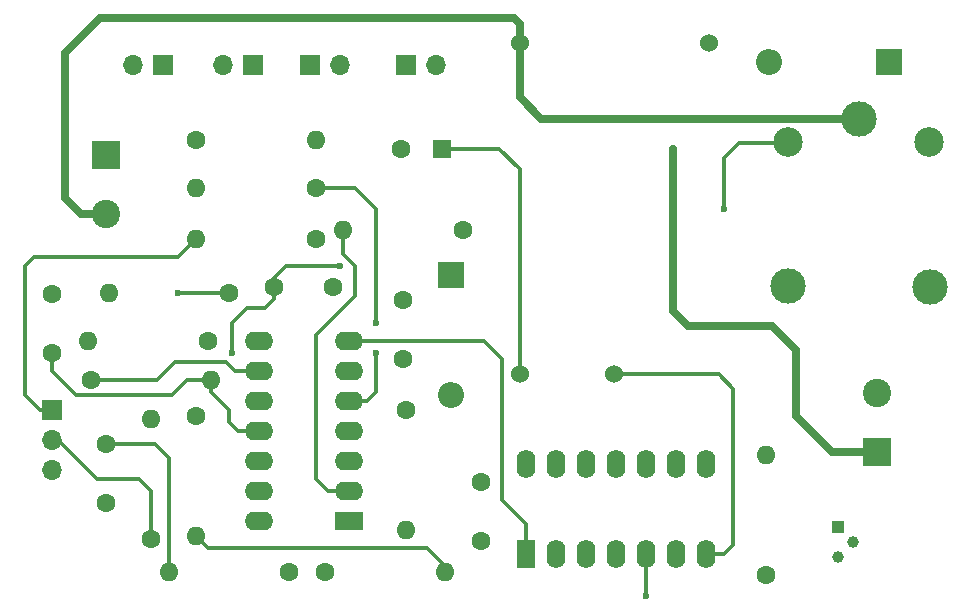
<source format=gbr>
G04 #@! TF.FileFunction,Copper,L1,Top,Signal*
%FSLAX46Y46*%
G04 Gerber Fmt 4.6, Leading zero omitted, Abs format (unit mm)*
G04 Created by KiCad (PCBNEW 4.0.7-e2-6376~58~ubuntu16.04.1) date Sun Mar 17 12:09:54 2019*
%MOMM*%
%LPD*%
G01*
G04 APERTURE LIST*
%ADD10C,0.100000*%
%ADD11C,1.600000*%
%ADD12R,2.200000X2.200000*%
%ADD13O,2.200000X2.200000*%
%ADD14R,1.700000X1.700000*%
%ADD15O,1.700000X1.700000*%
%ADD16R,2.400000X2.400000*%
%ADD17C,2.400000*%
%ADD18C,2.500000*%
%ADD19C,3.000000*%
%ADD20C,1.000000*%
%ADD21R,1.000000X1.000000*%
%ADD22O,1.600000X1.600000*%
%ADD23R,2.400000X1.600000*%
%ADD24O,2.400000X1.600000*%
%ADD25C,1.524000*%
%ADD26R,1.600000X2.400000*%
%ADD27O,1.600000X2.400000*%
%ADD28R,1.600000X1.600000*%
%ADD29C,0.600000*%
%ADD30C,0.350000*%
%ADD31C,0.700000*%
G04 APERTURE END LIST*
D10*
D11*
X131572000Y-45720000D03*
X136572000Y-45720000D03*
X142494000Y-51816000D03*
X142494000Y-46816000D03*
X117348000Y-64008000D03*
X117348000Y-59008000D03*
X112776000Y-51308000D03*
X112776000Y-46308000D03*
D12*
X146558000Y-44704000D03*
D13*
X146558000Y-54864000D03*
D12*
X183642000Y-26670000D03*
D13*
X173482000Y-26670000D03*
D14*
X142748000Y-26924000D03*
D15*
X145288000Y-26924000D03*
D14*
X134620000Y-26924000D03*
D15*
X137160000Y-26924000D03*
D14*
X129794000Y-26924000D03*
D15*
X127254000Y-26924000D03*
D16*
X117348000Y-34544000D03*
D17*
X117348000Y-39544000D03*
D14*
X122174000Y-26924000D03*
D15*
X119634000Y-26924000D03*
D16*
X182626000Y-59690000D03*
D17*
X182626000Y-54690000D03*
D18*
X175052000Y-33446000D03*
D19*
X175052000Y-45646000D03*
X187102000Y-45696000D03*
D18*
X187052000Y-33446000D03*
D19*
X181102000Y-31496000D03*
D20*
X180594000Y-67310000D03*
X179324000Y-68580000D03*
D21*
X179324000Y-66040000D03*
D11*
X135128000Y-41656000D03*
D22*
X124968000Y-41656000D03*
D11*
X147574000Y-40894000D03*
D22*
X137414000Y-40894000D03*
D11*
X135128000Y-37338000D03*
D22*
X124968000Y-37338000D03*
D11*
X124968000Y-33274000D03*
D22*
X135128000Y-33274000D03*
D11*
X142748000Y-56134000D03*
D22*
X142748000Y-66294000D03*
D11*
X121158000Y-67056000D03*
D22*
X121158000Y-56896000D03*
D11*
X116078000Y-53594000D03*
D22*
X126238000Y-53594000D03*
D11*
X127762000Y-46228000D03*
D22*
X117602000Y-46228000D03*
D11*
X125984000Y-50292000D03*
D22*
X115824000Y-50292000D03*
D11*
X173228000Y-70104000D03*
D22*
X173228000Y-59944000D03*
D11*
X132842000Y-69850000D03*
D22*
X122682000Y-69850000D03*
D11*
X124968000Y-56642000D03*
D22*
X124968000Y-66802000D03*
D11*
X135890000Y-69850000D03*
D22*
X146050000Y-69850000D03*
D23*
X137922000Y-65532000D03*
D24*
X130302000Y-50292000D03*
X137922000Y-62992000D03*
X130302000Y-52832000D03*
X137922000Y-60452000D03*
X130302000Y-55372000D03*
X137922000Y-57912000D03*
X130302000Y-57912000D03*
X137922000Y-55372000D03*
X130302000Y-60452000D03*
X137922000Y-52832000D03*
X130302000Y-62992000D03*
X137922000Y-50292000D03*
X130302000Y-65532000D03*
D25*
X152352000Y-25114000D03*
X168352000Y-25114000D03*
X152352000Y-53114000D03*
X160352000Y-53114000D03*
D26*
X152908000Y-68326000D03*
D27*
X168148000Y-60706000D03*
X155448000Y-68326000D03*
X165608000Y-60706000D03*
X157988000Y-68326000D03*
X163068000Y-60706000D03*
X160528000Y-68326000D03*
X160528000Y-60706000D03*
X163068000Y-68326000D03*
X157988000Y-60706000D03*
X165608000Y-68326000D03*
X155448000Y-60706000D03*
X168148000Y-68326000D03*
X152908000Y-60706000D03*
D14*
X112776000Y-56134000D03*
D15*
X112776000Y-58674000D03*
X112776000Y-61214000D03*
D11*
X149098000Y-62230000D03*
X149098000Y-67230000D03*
D28*
X145796000Y-34036000D03*
D11*
X142296000Y-34036000D03*
D29*
X137160000Y-43942000D03*
X128016000Y-51308000D03*
X140208000Y-51308000D03*
X140208000Y-48768000D03*
X165354000Y-34036000D03*
X163068000Y-71882000D03*
X169672000Y-39116000D03*
X123444000Y-46228000D03*
D30*
X131572000Y-45720000D02*
X131572000Y-44958000D01*
X131572000Y-44958000D02*
X132588000Y-43942000D01*
X132588000Y-43942000D02*
X137160000Y-43942000D01*
X131572000Y-46736000D02*
X131572000Y-45720000D01*
X130810000Y-47498000D02*
X131572000Y-46736000D01*
X129286000Y-47498000D02*
X130810000Y-47498000D01*
X128016000Y-48768000D02*
X129286000Y-47498000D01*
X128016000Y-51308000D02*
X128016000Y-48768000D01*
X146050000Y-69850000D02*
X146050000Y-69342000D01*
X146050000Y-69342000D02*
X144526000Y-67818000D01*
X125984000Y-67818000D02*
X124968000Y-66802000D01*
X144526000Y-67818000D02*
X125984000Y-67818000D01*
X112776000Y-51308000D02*
X112776000Y-52832000D01*
X124206000Y-53594000D02*
X126238000Y-53594000D01*
X122936000Y-54864000D02*
X124206000Y-53594000D01*
X114808000Y-54864000D02*
X122936000Y-54864000D01*
X112776000Y-52832000D02*
X114808000Y-54864000D01*
X160352000Y-53114000D02*
X169192000Y-53114000D01*
X169672000Y-68326000D02*
X168148000Y-68326000D01*
X170434000Y-67564000D02*
X169672000Y-68326000D01*
X170434000Y-54356000D02*
X170434000Y-67564000D01*
X169192000Y-53114000D02*
X170434000Y-54356000D01*
X126238000Y-53594000D02*
X126238000Y-54610000D01*
X126238000Y-54610000D02*
X127762000Y-56134000D01*
X127762000Y-56134000D02*
X127762000Y-57150000D01*
X127762000Y-57150000D02*
X128524000Y-57912000D01*
X128524000Y-57912000D02*
X130302000Y-57912000D01*
X112776000Y-56134000D02*
X111760000Y-56134000D01*
X123444000Y-43180000D02*
X124968000Y-41656000D01*
X111252000Y-43180000D02*
X123444000Y-43180000D01*
X110490000Y-43942000D02*
X111252000Y-43180000D01*
X110490000Y-54864000D02*
X110490000Y-43942000D01*
X111760000Y-56134000D02*
X110490000Y-54864000D01*
X122682000Y-69850000D02*
X122682000Y-60198000D01*
X121492000Y-59008000D02*
X117348000Y-59008000D01*
X122682000Y-60198000D02*
X121492000Y-59008000D01*
X137414000Y-40894000D02*
X137414000Y-42926000D01*
X136144000Y-62992000D02*
X137922000Y-62992000D01*
X135128000Y-61976000D02*
X136144000Y-62992000D01*
X135128000Y-49784000D02*
X135128000Y-61976000D01*
X138430000Y-46482000D02*
X135128000Y-49784000D01*
X138430000Y-43942000D02*
X138430000Y-46482000D01*
X137414000Y-42926000D02*
X138430000Y-43942000D01*
X135128000Y-37338000D02*
X138430000Y-37338000D01*
X139446000Y-55372000D02*
X137922000Y-55372000D01*
X140208000Y-54610000D02*
X139446000Y-55372000D01*
X140208000Y-51308000D02*
X140208000Y-54610000D01*
X140208000Y-39116000D02*
X140208000Y-48768000D01*
X138430000Y-37338000D02*
X140208000Y-39116000D01*
D31*
X182626000Y-59690000D02*
X178816000Y-59690000D01*
X165354000Y-47752000D02*
X165354000Y-34036000D01*
X166624000Y-49022000D02*
X165354000Y-47752000D01*
X173736000Y-49022000D02*
X166624000Y-49022000D01*
X175768000Y-51054000D02*
X173736000Y-49022000D01*
X175768000Y-56642000D02*
X175768000Y-51054000D01*
X178816000Y-59690000D02*
X175768000Y-56642000D01*
X152352000Y-25114000D02*
X152352000Y-23452000D01*
X115244000Y-39544000D02*
X117348000Y-39544000D01*
X113900000Y-38200000D02*
X115244000Y-39544000D01*
X113900000Y-25900000D02*
X113900000Y-38200000D01*
X116800000Y-23000000D02*
X113900000Y-25900000D01*
X151900000Y-23000000D02*
X116800000Y-23000000D01*
X152352000Y-23452000D02*
X151900000Y-23000000D01*
X181102000Y-31496000D02*
X154178000Y-31496000D01*
X152352000Y-29670000D02*
X152352000Y-25114000D01*
X154178000Y-31496000D02*
X152352000Y-29670000D01*
D30*
X112776000Y-58674000D02*
X113284000Y-58674000D01*
X113284000Y-58674000D02*
X116586000Y-61976000D01*
X116586000Y-61976000D02*
X120142000Y-61976000D01*
X120142000Y-61976000D02*
X121158000Y-62992000D01*
X121158000Y-62992000D02*
X121158000Y-67056000D01*
X116078000Y-53594000D02*
X121666000Y-53594000D01*
X128270000Y-52832000D02*
X130302000Y-52832000D01*
X127508000Y-52070000D02*
X128270000Y-52832000D01*
X123190000Y-52070000D02*
X127508000Y-52070000D01*
X121666000Y-53594000D02*
X123190000Y-52070000D01*
X163068000Y-68326000D02*
X163068000Y-71882000D01*
X152908000Y-68326000D02*
X152908000Y-65786000D01*
X149352000Y-50292000D02*
X137922000Y-50292000D01*
X150876000Y-51816000D02*
X149352000Y-50292000D01*
X150876000Y-63754000D02*
X150876000Y-51816000D01*
X152908000Y-65786000D02*
X150876000Y-63754000D01*
X145796000Y-34036000D02*
X150622000Y-34036000D01*
X152352000Y-35766000D02*
X152352000Y-53114000D01*
X150622000Y-34036000D02*
X152352000Y-35766000D01*
X170942000Y-33528000D02*
X174970000Y-33528000D01*
X169672000Y-34798000D02*
X170942000Y-33528000D01*
X169672000Y-39116000D02*
X169672000Y-34798000D01*
X174970000Y-33528000D02*
X175052000Y-33446000D01*
X123444000Y-46228000D02*
X127762000Y-46228000D01*
M02*

</source>
